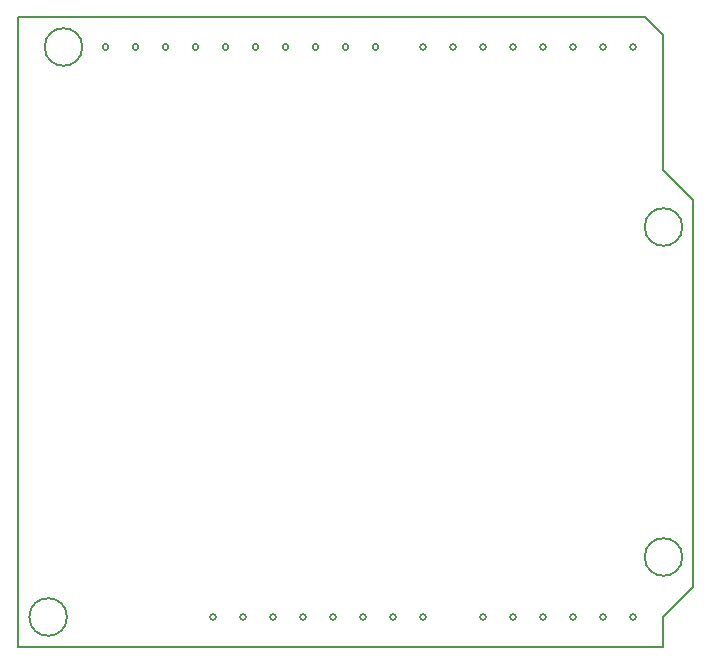
<source format=gbr>
%TF.GenerationSoftware,KiCad,Pcbnew,7.0.7*%
%TF.CreationDate,2023-12-25T18:53:56+09:00*%
%TF.ProjectId,arduino_robotarm_shield,61726475-696e-46f5-9f72-6f626f746172,rev?*%
%TF.SameCoordinates,Original*%
%TF.FileFunction,Profile,NP*%
%FSLAX46Y46*%
G04 Gerber Fmt 4.6, Leading zero omitted, Abs format (unit mm)*
G04 Created by KiCad (PCBNEW 7.0.7) date 2023-12-25 18:53:56*
%MOMM*%
%LPD*%
G01*
G04 APERTURE LIST*
%TA.AperFunction,Profile*%
%ADD10C,0.200000*%
%TD*%
G04 APERTURE END LIST*
D10*
X171834000Y-81126000D02*
G75*
G03*
X171834000Y-81126000I-254000J0D01*
G01*
X176914000Y-32866000D02*
G75*
G03*
X176914000Y-32866000I-254000J0D01*
G01*
X161674000Y-32866000D02*
G75*
G03*
X161674000Y-32866000I-254000J0D01*
G01*
X179454000Y-81126000D02*
G75*
G03*
X179454000Y-81126000I-254000J0D01*
G01*
X156594000Y-81126000D02*
G75*
G03*
X156594000Y-81126000I-254000J0D01*
G01*
X146434000Y-81126000D02*
G75*
G03*
X146434000Y-81126000I-254000J0D01*
G01*
X181770000Y-31852319D02*
X180205208Y-30287527D01*
X184250000Y-45820000D02*
X184250000Y-78586000D01*
X134780000Y-32866000D02*
G75*
G03*
X134780000Y-32866000I-254000J0D01*
G01*
X169294000Y-32866000D02*
G75*
G03*
X169294000Y-32866000I-254000J0D01*
G01*
X151514000Y-81126000D02*
G75*
G03*
X151514000Y-81126000I-254000J0D01*
G01*
X155100000Y-32866000D02*
G75*
G03*
X155100000Y-32866000I-254000J0D01*
G01*
X137320000Y-32866000D02*
G75*
G03*
X137320000Y-32866000I-254000J0D01*
G01*
X131257500Y-81126000D02*
G75*
G03*
X131257500Y-81126000I-1587500J0D01*
G01*
X181770000Y-31852319D02*
X181770000Y-43280000D01*
X161674000Y-81126000D02*
G75*
G03*
X161674000Y-81126000I-254000J0D01*
G01*
X181770000Y-43280000D02*
X184250000Y-45820000D01*
X148974000Y-81126000D02*
G75*
G03*
X148974000Y-81126000I-254000J0D01*
G01*
X159134000Y-81126000D02*
G75*
G03*
X159134000Y-81126000I-254000J0D01*
G01*
X142400000Y-32866000D02*
G75*
G03*
X142400000Y-32866000I-254000J0D01*
G01*
X180205208Y-30287527D02*
X127130000Y-30287527D01*
X139860000Y-32866000D02*
G75*
G03*
X139860000Y-32866000I-254000J0D01*
G01*
X181770000Y-83666000D02*
X181770000Y-81126000D01*
X147480000Y-32866000D02*
G75*
G03*
X147480000Y-32866000I-254000J0D01*
G01*
X169294000Y-81126000D02*
G75*
G03*
X169294000Y-81126000I-254000J0D01*
G01*
X174374000Y-81126000D02*
G75*
G03*
X174374000Y-81126000I-254000J0D01*
G01*
X183357500Y-76046000D02*
G75*
G03*
X183357500Y-76046000I-1587500J0D01*
G01*
X183357500Y-48106000D02*
G75*
G03*
X183357500Y-48106000I-1587500J0D01*
G01*
X179454000Y-32866000D02*
G75*
G03*
X179454000Y-32866000I-254000J0D01*
G01*
X152560000Y-32866000D02*
G75*
G03*
X152560000Y-32866000I-254000J0D01*
G01*
X132557500Y-32866000D02*
G75*
G03*
X132557500Y-32866000I-1587500J0D01*
G01*
X143894000Y-81126000D02*
G75*
G03*
X143894000Y-81126000I-254000J0D01*
G01*
X150020000Y-32866000D02*
G75*
G03*
X150020000Y-32866000I-254000J0D01*
G01*
X181770000Y-83666000D02*
X127130000Y-83666000D01*
X157640000Y-32866000D02*
G75*
G03*
X157640000Y-32866000I-254000J0D01*
G01*
X164214000Y-32866000D02*
G75*
G03*
X164214000Y-32866000I-254000J0D01*
G01*
X184250000Y-78586000D02*
X181770000Y-81126000D01*
X154054000Y-81126000D02*
G75*
G03*
X154054000Y-81126000I-254000J0D01*
G01*
X166754000Y-32866000D02*
G75*
G03*
X166754000Y-32866000I-254000J0D01*
G01*
X144940000Y-32866000D02*
G75*
G03*
X144940000Y-32866000I-254000J0D01*
G01*
X166754000Y-81126000D02*
G75*
G03*
X166754000Y-81126000I-254000J0D01*
G01*
X174374000Y-32866000D02*
G75*
G03*
X174374000Y-32866000I-254000J0D01*
G01*
X176914000Y-81126000D02*
G75*
G03*
X176914000Y-81126000I-254000J0D01*
G01*
X171834000Y-32866000D02*
G75*
G03*
X171834000Y-32866000I-254000J0D01*
G01*
X127130000Y-83666000D02*
X127130000Y-30287527D01*
M02*

</source>
